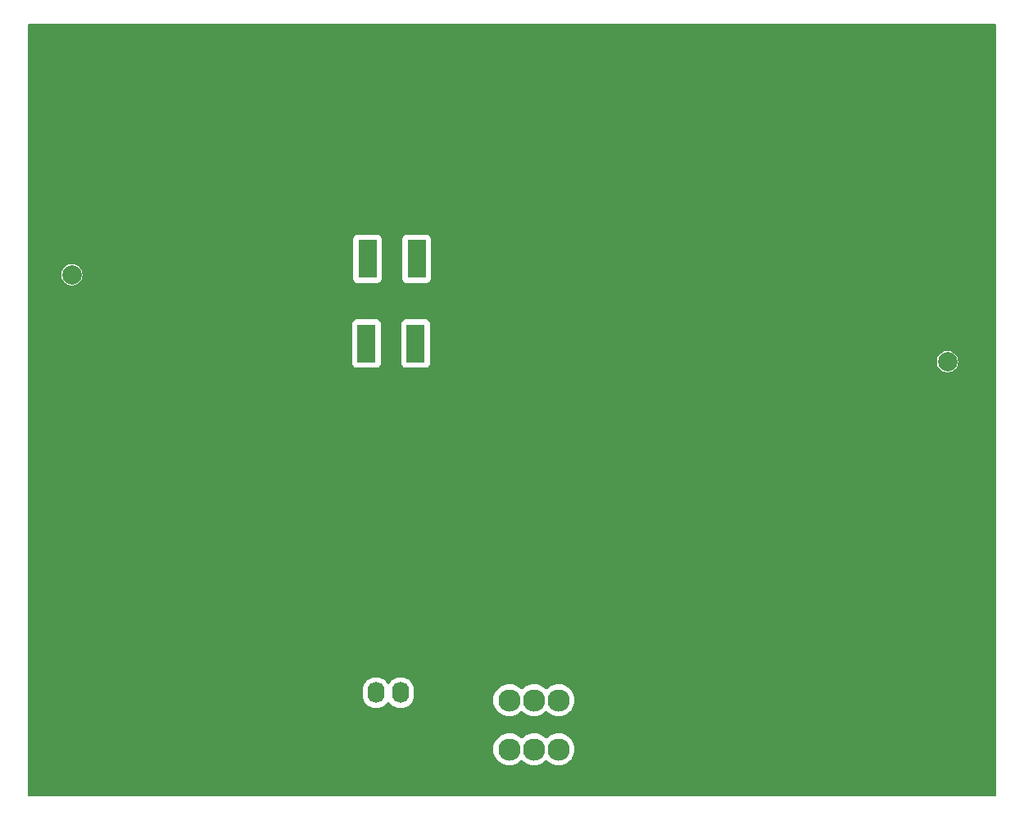
<source format=gbl>
G04 #@! TF.GenerationSoftware,KiCad,Pcbnew,8.0.1*
G04 #@! TF.CreationDate,2024-04-29T11:20:42+02:00*
G04 #@! TF.ProjectId,MUNIN 100,4d554e49-4e20-4313-9030-2e6b69636164,0*
G04 #@! TF.SameCoordinates,Original*
G04 #@! TF.FileFunction,Copper,L2,Bot*
G04 #@! TF.FilePolarity,Positive*
%FSLAX46Y46*%
G04 Gerber Fmt 4.6, Leading zero omitted, Abs format (unit mm)*
G04 Created by KiCad (PCBNEW 8.0.1) date 2024-04-29 11:20:42*
%MOMM*%
%LPD*%
G01*
G04 APERTURE LIST*
G04 Aperture macros list*
%AMRoundRect*
0 Rectangle with rounded corners*
0 $1 Rounding radius*
0 $2 $3 $4 $5 $6 $7 $8 $9 X,Y pos of 4 corners*
0 Add a 4 corners polygon primitive as box body*
4,1,4,$2,$3,$4,$5,$6,$7,$8,$9,$2,$3,0*
0 Add four circle primitives for the rounded corners*
1,1,$1+$1,$2,$3*
1,1,$1+$1,$4,$5*
1,1,$1+$1,$6,$7*
1,1,$1+$1,$8,$9*
0 Add four rect primitives between the rounded corners*
20,1,$1+$1,$2,$3,$4,$5,0*
20,1,$1+$1,$4,$5,$6,$7,0*
20,1,$1+$1,$6,$7,$8,$9,0*
20,1,$1+$1,$8,$9,$2,$3,0*%
%AMRotRect*
0 Rectangle, with rotation*
0 The origin of the aperture is its center*
0 $1 length*
0 $2 width*
0 $3 Rotation angle, in degrees counterclockwise*
0 Add horizontal line*
21,1,$1,$2,0,0,$3*%
G04 Aperture macros list end*
G04 #@! TA.AperFunction,ComponentPad*
%ADD10C,6.000000*%
G04 #@! TD*
G04 #@! TA.AperFunction,ComponentPad*
%ADD11R,1.905000X4.000000*%
G04 #@! TD*
G04 #@! TA.AperFunction,ComponentPad*
%ADD12RotRect,1.905000X4.000000X181.300000*%
G04 #@! TD*
G04 #@! TA.AperFunction,ComponentPad*
%ADD13C,0.800000*%
G04 #@! TD*
G04 #@! TA.AperFunction,ComponentPad*
%ADD14C,6.400000*%
G04 #@! TD*
G04 #@! TA.AperFunction,ComponentPad*
%ADD15C,1.998980*%
G04 #@! TD*
G04 #@! TA.AperFunction,ComponentPad*
%ADD16C,2.499360*%
G04 #@! TD*
G04 #@! TA.AperFunction,ComponentPad*
%ADD17C,2.300000*%
G04 #@! TD*
G04 #@! TA.AperFunction,ComponentPad*
%ADD18RoundRect,0.250000X0.620000X0.845000X-0.620000X0.845000X-0.620000X-0.845000X0.620000X-0.845000X0*%
G04 #@! TD*
G04 #@! TA.AperFunction,ComponentPad*
%ADD19O,1.740000X2.190000*%
G04 #@! TD*
G04 #@! TA.AperFunction,ViaPad*
%ADD20C,0.800000*%
G04 #@! TD*
G04 APERTURE END LIST*
D10*
X82500000Y-124792500D03*
D11*
X85040000Y-108132500D03*
D12*
X82500000Y-108132500D03*
D11*
X79960000Y-108132500D03*
D13*
X135902944Y-148000000D03*
X136605888Y-146302944D03*
X136605888Y-149697056D03*
X138302944Y-145600000D03*
D14*
X138302944Y-148000000D03*
D13*
X138302944Y-150400000D03*
X140000000Y-146302944D03*
X140000000Y-149697056D03*
X140702944Y-148000000D03*
D15*
X140000000Y-110000000D03*
D16*
X142540000Y-112540000D03*
X142540000Y-107460000D03*
X137460000Y-112540000D03*
X137460000Y-107460000D03*
D17*
X123000000Y-150080000D03*
X125540000Y-150080000D03*
X128080000Y-150080000D03*
X123000000Y-145000000D03*
X125540000Y-145000000D03*
X128080000Y-145000000D03*
D18*
X86025000Y-144250000D03*
D19*
X83485000Y-144250000D03*
X80945000Y-144250000D03*
D13*
X48600000Y-148000000D03*
X49302944Y-146302944D03*
X49302944Y-149697056D03*
X51000000Y-145600000D03*
D14*
X51000000Y-148000000D03*
D13*
X51000000Y-150400000D03*
X52697056Y-146302944D03*
X52697056Y-149697056D03*
X53400000Y-148000000D03*
D10*
X82600000Y-82707500D03*
D11*
X80060000Y-99367500D03*
X82600000Y-99367500D03*
X85140000Y-99367500D03*
D17*
X99800000Y-145020000D03*
X97260000Y-145020000D03*
X94720000Y-145020000D03*
X99800000Y-150100000D03*
X97260000Y-150100000D03*
X94720000Y-150100000D03*
D13*
X48600000Y-81000000D03*
X49302944Y-79302944D03*
X49302944Y-82697056D03*
X51000000Y-78600000D03*
D14*
X51000000Y-81000000D03*
D13*
X51000000Y-83400000D03*
X52697056Y-79302944D03*
X52697056Y-82697056D03*
X53400000Y-81000000D03*
X135902944Y-81000000D03*
X136605888Y-79302944D03*
X136605888Y-82697056D03*
X138302944Y-78600000D03*
D14*
X138302944Y-81000000D03*
D13*
X138302944Y-83400000D03*
X140000000Y-79302944D03*
X140000000Y-82697056D03*
X140702944Y-81000000D03*
D15*
X49500000Y-101000000D03*
D16*
X46960000Y-98460000D03*
X46960000Y-103540000D03*
X52040000Y-98460000D03*
X52040000Y-103540000D03*
D20*
X74750000Y-127750000D03*
X113500000Y-120750000D03*
X73500000Y-127750000D03*
X140000000Y-93500000D03*
X75500000Y-96000000D03*
X75750000Y-138750000D03*
X82000000Y-77000000D03*
X130750000Y-113750000D03*
X62600000Y-143000000D03*
X61250000Y-125000000D03*
X70750000Y-127750000D03*
X77000000Y-153000000D03*
X75750000Y-137200000D03*
X124750000Y-93500000D03*
X137000000Y-77000000D03*
X87000000Y-77000000D03*
X82500000Y-96500000D03*
X57000000Y-77000000D03*
X62000000Y-121000000D03*
X131250000Y-115500000D03*
X47000000Y-153000000D03*
X54750000Y-107500000D03*
X142000000Y-77000000D03*
X132750000Y-113750000D03*
X123500000Y-112000000D03*
X117000000Y-77000000D03*
X97500000Y-126750000D03*
X83500000Y-104000000D03*
X127000000Y-77000000D03*
X102000000Y-139500000D03*
X64000000Y-120000000D03*
X62000000Y-120000000D03*
X84500000Y-129700000D03*
X113500000Y-124750000D03*
X82000000Y-153000000D03*
X46000000Y-77000000D03*
X63000000Y-121000000D03*
X57000000Y-153000000D03*
X62750000Y-130000000D03*
X136250000Y-115500000D03*
X72000000Y-153000000D03*
X58100000Y-149500000D03*
X119750000Y-93500000D03*
X82500000Y-100750000D03*
X129250000Y-106500000D03*
X140000000Y-118500000D03*
X65600000Y-141500000D03*
X99750000Y-93500000D03*
X99250000Y-128000000D03*
X46000000Y-126500000D03*
X50500000Y-96000000D03*
X114750000Y-93500000D03*
X134250000Y-106500000D03*
X122000000Y-77000000D03*
X46000000Y-146500000D03*
X125750000Y-113750000D03*
X61000000Y-143750000D03*
X142000000Y-153000000D03*
X122000000Y-153000000D03*
X46000000Y-81500000D03*
X81500000Y-104000000D03*
X124250000Y-106500000D03*
X82500000Y-106750000D03*
X46000000Y-121500000D03*
X65500000Y-96000000D03*
X46000000Y-141500000D03*
X91500000Y-126750000D03*
X111250000Y-126750000D03*
X123500000Y-109000000D03*
X135750000Y-113750000D03*
X72000000Y-77000000D03*
X104750000Y-93500000D03*
X74750000Y-129250000D03*
X101900000Y-141400000D03*
X52000000Y-153000000D03*
X60500000Y-96000000D03*
X140000000Y-103500000D03*
X46000000Y-131500000D03*
X93500000Y-122750000D03*
X62000000Y-77000000D03*
X63000000Y-120000000D03*
X82500000Y-109500000D03*
X82500000Y-104000000D03*
X70500000Y-96000000D03*
X82600000Y-102500000D03*
X62600000Y-144000000D03*
X140000000Y-123500000D03*
X76000000Y-130750000D03*
X93500000Y-120750000D03*
X135750000Y-106500000D03*
X62600000Y-142000000D03*
X52000000Y-77000000D03*
X111250000Y-115500000D03*
X132000000Y-153000000D03*
X92000000Y-77000000D03*
X132000000Y-77000000D03*
X56750000Y-107500000D03*
X104000000Y-145500000D03*
X117000000Y-153000000D03*
X129250000Y-113750000D03*
X46000000Y-106500000D03*
X55500000Y-96000000D03*
X77000000Y-77000000D03*
X107000000Y-153000000D03*
X71100000Y-139000000D03*
X64000000Y-121000000D03*
X55750000Y-107500000D03*
X132750000Y-106500000D03*
X58500000Y-127500000D03*
X129750000Y-93500000D03*
X46000000Y-116500000D03*
X71100000Y-134500000D03*
X125750000Y-106500000D03*
X123500000Y-110500000D03*
X93500000Y-118750000D03*
X74250000Y-137250000D03*
X71100000Y-137500000D03*
X74250000Y-138750000D03*
X46000000Y-86500000D03*
X62600000Y-141000000D03*
X109250000Y-126750000D03*
X62750000Y-126000000D03*
X95500000Y-126750000D03*
X99250000Y-129500000D03*
X54250000Y-106500000D03*
X69600000Y-134500000D03*
X140000000Y-98500000D03*
X127750000Y-106500000D03*
X81500000Y-102500000D03*
X112000000Y-153000000D03*
X54250000Y-105250000D03*
X82600000Y-105500000D03*
X99250000Y-131000000D03*
X100250000Y-139500000D03*
X104000000Y-142500000D03*
X126250000Y-115500000D03*
X134750000Y-93500000D03*
X82500000Y-111000000D03*
X81500000Y-105500000D03*
X61250000Y-129000000D03*
X140000000Y-138500000D03*
X113500000Y-122750000D03*
X60000000Y-127500000D03*
X134250000Y-113750000D03*
X121250000Y-115500000D03*
X130750000Y-106500000D03*
X75750000Y-135700000D03*
X69600000Y-136000000D03*
X127750000Y-113750000D03*
X137000000Y-153000000D03*
X105250000Y-126750000D03*
X69600000Y-137500000D03*
X46000000Y-136500000D03*
X93500000Y-126750000D03*
X74750000Y-130750000D03*
X82500000Y-98250000D03*
X93500000Y-124750000D03*
X116250000Y-115500000D03*
X94750000Y-93500000D03*
X67000000Y-77000000D03*
X102000000Y-77000000D03*
X71100000Y-136000000D03*
X140000000Y-88500000D03*
X140000000Y-143500000D03*
X107250000Y-126750000D03*
X69600000Y-139000000D03*
X113500000Y-126750000D03*
X104000000Y-139500000D03*
X141250000Y-115500000D03*
X97000000Y-77000000D03*
X127000000Y-153000000D03*
X123500000Y-107500000D03*
X109750000Y-93500000D03*
X106250000Y-115500000D03*
X46000000Y-111500000D03*
X46000000Y-96500000D03*
X62000000Y-153000000D03*
X57100000Y-143500000D03*
X46000000Y-91500000D03*
X62750000Y-128000000D03*
X72250000Y-127750000D03*
X61250000Y-127000000D03*
X124250000Y-113750000D03*
X140000000Y-128500000D03*
X67000000Y-153000000D03*
X107000000Y-77000000D03*
X87000000Y-153000000D03*
X112000000Y-77000000D03*
X140000000Y-133500000D03*
X62100000Y-149500000D03*
G04 #@! TA.AperFunction,Conductor*
G36*
X144942121Y-75020002D02*
G01*
X144988614Y-75073658D01*
X145000000Y-75126000D01*
X145000000Y-154874000D01*
X144979998Y-154942121D01*
X144926342Y-154988614D01*
X144874000Y-155000000D01*
X45126000Y-155000000D01*
X45057879Y-154979998D01*
X45011386Y-154926342D01*
X45000000Y-154874000D01*
X45000000Y-150100000D01*
X93056372Y-150100000D01*
X93076854Y-150360248D01*
X93137795Y-150614086D01*
X93237696Y-150855269D01*
X93374098Y-151077857D01*
X93374099Y-151077859D01*
X93543636Y-151276363D01*
X93742140Y-151445900D01*
X93742144Y-151445903D01*
X93964729Y-151582303D01*
X94205911Y-151682204D01*
X94459751Y-151743146D01*
X94720000Y-151763628D01*
X94980249Y-151743146D01*
X95234089Y-151682204D01*
X95475271Y-151582303D01*
X95697856Y-151445903D01*
X95896363Y-151276363D01*
X95896365Y-151276361D01*
X95899864Y-151272863D01*
X95901281Y-151274280D01*
X95953632Y-151240102D01*
X96024627Y-151239590D01*
X96079009Y-151273989D01*
X96080136Y-151272863D01*
X96083634Y-151276361D01*
X96282140Y-151445900D01*
X96282144Y-151445903D01*
X96504729Y-151582303D01*
X96745911Y-151682204D01*
X96999751Y-151743146D01*
X97260000Y-151763628D01*
X97520249Y-151743146D01*
X97774089Y-151682204D01*
X98015271Y-151582303D01*
X98237856Y-151445903D01*
X98436363Y-151276363D01*
X98436365Y-151276361D01*
X98439864Y-151272863D01*
X98441281Y-151274280D01*
X98493632Y-151240102D01*
X98564627Y-151239590D01*
X98619009Y-151273989D01*
X98620136Y-151272863D01*
X98623634Y-151276361D01*
X98822140Y-151445900D01*
X98822144Y-151445903D01*
X99044729Y-151582303D01*
X99285911Y-151682204D01*
X99539751Y-151743146D01*
X99800000Y-151763628D01*
X100060249Y-151743146D01*
X100314089Y-151682204D01*
X100555271Y-151582303D01*
X100777856Y-151445903D01*
X100976363Y-151276363D01*
X101145903Y-151077856D01*
X101282303Y-150855271D01*
X101382204Y-150614089D01*
X101443146Y-150360249D01*
X101463628Y-150100000D01*
X101443146Y-149839751D01*
X101382204Y-149585911D01*
X101282303Y-149344729D01*
X101145903Y-149122144D01*
X101070000Y-149033272D01*
X100976363Y-148923636D01*
X100777859Y-148754099D01*
X100777857Y-148754098D01*
X100777856Y-148754097D01*
X100555271Y-148617697D01*
X100314089Y-148517796D01*
X100314087Y-148517795D01*
X100314086Y-148517795D01*
X100177479Y-148484998D01*
X100060249Y-148456854D01*
X99800000Y-148436372D01*
X99539751Y-148456854D01*
X99285913Y-148517795D01*
X99044730Y-148617696D01*
X98822142Y-148754098D01*
X98822140Y-148754099D01*
X98623634Y-148923638D01*
X98620136Y-148927137D01*
X98618726Y-148925727D01*
X98566319Y-148959912D01*
X98495324Y-148960394D01*
X98440999Y-148926001D01*
X98439864Y-148927137D01*
X98436365Y-148923638D01*
X98237859Y-148754099D01*
X98237857Y-148754098D01*
X98237856Y-148754097D01*
X98015271Y-148617697D01*
X97774089Y-148517796D01*
X97774087Y-148517795D01*
X97774086Y-148517795D01*
X97637479Y-148484998D01*
X97520249Y-148456854D01*
X97260000Y-148436372D01*
X96999751Y-148456854D01*
X96745913Y-148517795D01*
X96504730Y-148617696D01*
X96282142Y-148754098D01*
X96282140Y-148754099D01*
X96083634Y-148923638D01*
X96080136Y-148927137D01*
X96078726Y-148925727D01*
X96026319Y-148959912D01*
X95955324Y-148960394D01*
X95900999Y-148926001D01*
X95899864Y-148927137D01*
X95896365Y-148923638D01*
X95697859Y-148754099D01*
X95697857Y-148754098D01*
X95697856Y-148754097D01*
X95475271Y-148617697D01*
X95234089Y-148517796D01*
X95234087Y-148517795D01*
X95234086Y-148517795D01*
X95097479Y-148484998D01*
X94980249Y-148456854D01*
X94720000Y-148436372D01*
X94459751Y-148456854D01*
X94205913Y-148517795D01*
X93964730Y-148617696D01*
X93742142Y-148754098D01*
X93742140Y-148754099D01*
X93543636Y-148923636D01*
X93374099Y-149122140D01*
X93374098Y-149122142D01*
X93237696Y-149344730D01*
X93137795Y-149585913D01*
X93076854Y-149839751D01*
X93056372Y-150100000D01*
X45000000Y-150100000D01*
X45000000Y-144583490D01*
X79566500Y-144583490D01*
X79600443Y-144797800D01*
X79667494Y-145004160D01*
X79766001Y-145197492D01*
X79893539Y-145373033D01*
X79893541Y-145373035D01*
X79893543Y-145373038D01*
X80046961Y-145526456D01*
X80046964Y-145526458D01*
X80046967Y-145526461D01*
X80222508Y-145653999D01*
X80415840Y-145752506D01*
X80622200Y-145819557D01*
X80836510Y-145853500D01*
X80836513Y-145853500D01*
X81053487Y-145853500D01*
X81053490Y-145853500D01*
X81267800Y-145819557D01*
X81474160Y-145752506D01*
X81667492Y-145653999D01*
X81843033Y-145526461D01*
X81996461Y-145373033D01*
X82113065Y-145212541D01*
X82169286Y-145169188D01*
X82240022Y-145163113D01*
X82302814Y-145196244D01*
X82316932Y-145212538D01*
X82433539Y-145373033D01*
X82433541Y-145373035D01*
X82433543Y-145373038D01*
X82586961Y-145526456D01*
X82586964Y-145526458D01*
X82586967Y-145526461D01*
X82762508Y-145653999D01*
X82955840Y-145752506D01*
X83162200Y-145819557D01*
X83376510Y-145853500D01*
X83376513Y-145853500D01*
X83593487Y-145853500D01*
X83593490Y-145853500D01*
X83807800Y-145819557D01*
X84014160Y-145752506D01*
X84207492Y-145653999D01*
X84383033Y-145526461D01*
X84536461Y-145373033D01*
X84663999Y-145197492D01*
X84754435Y-145020000D01*
X93056372Y-145020000D01*
X93076854Y-145280248D01*
X93135964Y-145526461D01*
X93137796Y-145534089D01*
X93237697Y-145775271D01*
X93264835Y-145819557D01*
X93374098Y-145997857D01*
X93374099Y-145997859D01*
X93543636Y-146196363D01*
X93742140Y-146365900D01*
X93742144Y-146365903D01*
X93964729Y-146502303D01*
X94205911Y-146602204D01*
X94459751Y-146663146D01*
X94720000Y-146683628D01*
X94980249Y-146663146D01*
X95234089Y-146602204D01*
X95475271Y-146502303D01*
X95697856Y-146365903D01*
X95896363Y-146196363D01*
X95896365Y-146196361D01*
X95899864Y-146192863D01*
X95901281Y-146194280D01*
X95953632Y-146160102D01*
X96024627Y-146159590D01*
X96079009Y-146193989D01*
X96080136Y-146192863D01*
X96083634Y-146196361D01*
X96282140Y-146365900D01*
X96282144Y-146365903D01*
X96504729Y-146502303D01*
X96745911Y-146602204D01*
X96999751Y-146663146D01*
X97260000Y-146683628D01*
X97520249Y-146663146D01*
X97774089Y-146602204D01*
X98015271Y-146502303D01*
X98237856Y-146365903D01*
X98436363Y-146196363D01*
X98436365Y-146196361D01*
X98439864Y-146192863D01*
X98441281Y-146194280D01*
X98493632Y-146160102D01*
X98564627Y-146159590D01*
X98619009Y-146193989D01*
X98620136Y-146192863D01*
X98623634Y-146196361D01*
X98822140Y-146365900D01*
X98822144Y-146365903D01*
X99044729Y-146502303D01*
X99285911Y-146602204D01*
X99539751Y-146663146D01*
X99800000Y-146683628D01*
X100060249Y-146663146D01*
X100314089Y-146602204D01*
X100555271Y-146502303D01*
X100777856Y-146365903D01*
X100976363Y-146196363D01*
X101145903Y-145997856D01*
X101282303Y-145775271D01*
X101382204Y-145534089D01*
X101443146Y-145280249D01*
X101463628Y-145020000D01*
X101443146Y-144759751D01*
X101382204Y-144505911D01*
X101282303Y-144264729D01*
X101145903Y-144042144D01*
X101038605Y-143916513D01*
X100976363Y-143843636D01*
X100777859Y-143674099D01*
X100777857Y-143674098D01*
X100777856Y-143674097D01*
X100555271Y-143537697D01*
X100314089Y-143437796D01*
X100314087Y-143437795D01*
X100314086Y-143437795D01*
X100177479Y-143404998D01*
X100060249Y-143376854D01*
X99800000Y-143356372D01*
X99539751Y-143376854D01*
X99285913Y-143437795D01*
X99044730Y-143537696D01*
X98822142Y-143674098D01*
X98822140Y-143674099D01*
X98623634Y-143843638D01*
X98620136Y-143847137D01*
X98618726Y-143845727D01*
X98566319Y-143879912D01*
X98495324Y-143880394D01*
X98440999Y-143846001D01*
X98439864Y-143847137D01*
X98436365Y-143843638D01*
X98237859Y-143674099D01*
X98237857Y-143674098D01*
X98237856Y-143674097D01*
X98015271Y-143537697D01*
X97774089Y-143437796D01*
X97774087Y-143437795D01*
X97774086Y-143437795D01*
X97637479Y-143404998D01*
X97520249Y-143376854D01*
X97260000Y-143356372D01*
X96999751Y-143376854D01*
X96745913Y-143437795D01*
X96504730Y-143537696D01*
X96282142Y-143674098D01*
X96282140Y-143674099D01*
X96083634Y-143843638D01*
X96080136Y-143847137D01*
X96078726Y-143845727D01*
X96026319Y-143879912D01*
X95955324Y-143880394D01*
X95900999Y-143846001D01*
X95899864Y-143847137D01*
X95896365Y-143843638D01*
X95697859Y-143674099D01*
X95697857Y-143674098D01*
X95697856Y-143674097D01*
X95475271Y-143537697D01*
X95234089Y-143437796D01*
X95234087Y-143437795D01*
X95234086Y-143437795D01*
X95097479Y-143404998D01*
X94980249Y-143376854D01*
X94720000Y-143356372D01*
X94459751Y-143376854D01*
X94205913Y-143437795D01*
X93964730Y-143537696D01*
X93742142Y-143674098D01*
X93742140Y-143674099D01*
X93543636Y-143843636D01*
X93374099Y-144042140D01*
X93374098Y-144042142D01*
X93237696Y-144264730D01*
X93137795Y-144505913D01*
X93076854Y-144759751D01*
X93056372Y-145020000D01*
X84754435Y-145020000D01*
X84762506Y-145004160D01*
X84829557Y-144797800D01*
X84863500Y-144583490D01*
X84863500Y-143916510D01*
X84829557Y-143702200D01*
X84762506Y-143495840D01*
X84663999Y-143302508D01*
X84536461Y-143126967D01*
X84536458Y-143126964D01*
X84536456Y-143126961D01*
X84383038Y-142973543D01*
X84383035Y-142973541D01*
X84383033Y-142973539D01*
X84207492Y-142846001D01*
X84014160Y-142747494D01*
X84014159Y-142747493D01*
X84014158Y-142747493D01*
X83807803Y-142680444D01*
X83807800Y-142680443D01*
X83593490Y-142646500D01*
X83376510Y-142646500D01*
X83162200Y-142680443D01*
X83162197Y-142680443D01*
X83162196Y-142680444D01*
X82955841Y-142747493D01*
X82762504Y-142846003D01*
X82586964Y-142973541D01*
X82586961Y-142973543D01*
X82433543Y-143126961D01*
X82433541Y-143126964D01*
X82316936Y-143287457D01*
X82260714Y-143330811D01*
X82189977Y-143336886D01*
X82127186Y-143303754D01*
X82113064Y-143287457D01*
X82091002Y-143257092D01*
X81996461Y-143126967D01*
X81996458Y-143126964D01*
X81996456Y-143126961D01*
X81843038Y-142973543D01*
X81843035Y-142973541D01*
X81843033Y-142973539D01*
X81667492Y-142846001D01*
X81474160Y-142747494D01*
X81474159Y-142747493D01*
X81474158Y-142747493D01*
X81267803Y-142680444D01*
X81267800Y-142680443D01*
X81053490Y-142646500D01*
X80836510Y-142646500D01*
X80622200Y-142680443D01*
X80622197Y-142680443D01*
X80622196Y-142680444D01*
X80415841Y-142747493D01*
X80222504Y-142846003D01*
X80046964Y-142973541D01*
X80046961Y-142973543D01*
X79893543Y-143126961D01*
X79893541Y-143126964D01*
X79766003Y-143302504D01*
X79667493Y-143495841D01*
X79600444Y-143702196D01*
X79600443Y-143702200D01*
X79566500Y-143916510D01*
X79566500Y-144583490D01*
X45000000Y-144583490D01*
X45000000Y-110181149D01*
X78499000Y-110181149D01*
X78505509Y-110241696D01*
X78505511Y-110241704D01*
X78556610Y-110378702D01*
X78556612Y-110378707D01*
X78644238Y-110495761D01*
X78761292Y-110583387D01*
X78761294Y-110583388D01*
X78761296Y-110583389D01*
X78820375Y-110605424D01*
X78898295Y-110634488D01*
X78898303Y-110634490D01*
X78958850Y-110640999D01*
X78958855Y-110640999D01*
X78958862Y-110641000D01*
X78958868Y-110641000D01*
X80961132Y-110641000D01*
X80961138Y-110641000D01*
X80961145Y-110640999D01*
X80961149Y-110640999D01*
X81021696Y-110634490D01*
X81021699Y-110634489D01*
X81021701Y-110634489D01*
X81158704Y-110583389D01*
X81161824Y-110581054D01*
X81275761Y-110495761D01*
X81363387Y-110378707D01*
X81363387Y-110378706D01*
X81363389Y-110378704D01*
X81414489Y-110241701D01*
X81420999Y-110181149D01*
X83579000Y-110181149D01*
X83585509Y-110241696D01*
X83585511Y-110241704D01*
X83636610Y-110378702D01*
X83636612Y-110378707D01*
X83724238Y-110495761D01*
X83841292Y-110583387D01*
X83841294Y-110583388D01*
X83841296Y-110583389D01*
X83900375Y-110605424D01*
X83978295Y-110634488D01*
X83978303Y-110634490D01*
X84038850Y-110640999D01*
X84038855Y-110640999D01*
X84038862Y-110641000D01*
X84038868Y-110641000D01*
X86041132Y-110641000D01*
X86041138Y-110641000D01*
X86041145Y-110640999D01*
X86041149Y-110640999D01*
X86101696Y-110634490D01*
X86101699Y-110634489D01*
X86101701Y-110634489D01*
X86238704Y-110583389D01*
X86241824Y-110581054D01*
X86355761Y-110495761D01*
X86443387Y-110378707D01*
X86443387Y-110378706D01*
X86443389Y-110378704D01*
X86494489Y-110241701D01*
X86501000Y-110181138D01*
X86501000Y-110000004D01*
X138896242Y-110000004D01*
X138915035Y-110202809D01*
X138915035Y-110202813D01*
X138965079Y-110378702D01*
X138970776Y-110398723D01*
X139061566Y-110581054D01*
X139081740Y-110607769D01*
X139184311Y-110743596D01*
X139334837Y-110880818D01*
X139334838Y-110880819D01*
X139508001Y-110988037D01*
X139508004Y-110988038D01*
X139508013Y-110988044D01*
X139590765Y-111020102D01*
X139697935Y-111061621D01*
X139697938Y-111061621D01*
X139697942Y-111061623D01*
X139898158Y-111099050D01*
X139898161Y-111099050D01*
X140101839Y-111099050D01*
X140101842Y-111099050D01*
X140302058Y-111061623D01*
X140302062Y-111061621D01*
X140302064Y-111061621D01*
X140350907Y-111042698D01*
X140491987Y-110988044D01*
X140665163Y-110880818D01*
X140815687Y-110743597D01*
X140938434Y-110581054D01*
X141029224Y-110398723D01*
X141084964Y-110202815D01*
X141103758Y-110000000D01*
X141084964Y-109797185D01*
X141029224Y-109601277D01*
X140938434Y-109418946D01*
X140898084Y-109365515D01*
X140815688Y-109256403D01*
X140665162Y-109119181D01*
X140665161Y-109119180D01*
X140491998Y-109011962D01*
X140491991Y-109011958D01*
X140491987Y-109011956D01*
X140491982Y-109011954D01*
X140302064Y-108938378D01*
X140266385Y-108931708D01*
X140101842Y-108900950D01*
X139898158Y-108900950D01*
X139768996Y-108925094D01*
X139697935Y-108938378D01*
X139508017Y-109011954D01*
X139508001Y-109011962D01*
X139334838Y-109119180D01*
X139334837Y-109119181D01*
X139184311Y-109256403D01*
X139061567Y-109418944D01*
X138970776Y-109601277D01*
X138970773Y-109601285D01*
X138915035Y-109797186D01*
X138915035Y-109797190D01*
X138896242Y-109999995D01*
X138896242Y-110000004D01*
X86501000Y-110000004D01*
X86501000Y-106083862D01*
X86500999Y-106083850D01*
X86494490Y-106023303D01*
X86494488Y-106023295D01*
X86443389Y-105886297D01*
X86443387Y-105886292D01*
X86355761Y-105769238D01*
X86238707Y-105681612D01*
X86238702Y-105681610D01*
X86101704Y-105630511D01*
X86101696Y-105630509D01*
X86041149Y-105624000D01*
X86041138Y-105624000D01*
X84038862Y-105624000D01*
X84038850Y-105624000D01*
X83978303Y-105630509D01*
X83978295Y-105630511D01*
X83841297Y-105681610D01*
X83841292Y-105681612D01*
X83724238Y-105769238D01*
X83636612Y-105886292D01*
X83636610Y-105886297D01*
X83585511Y-106023295D01*
X83585509Y-106023303D01*
X83579000Y-106083850D01*
X83579000Y-110181149D01*
X81420999Y-110181149D01*
X81421000Y-110181138D01*
X81421000Y-106083862D01*
X81420999Y-106083850D01*
X81414490Y-106023303D01*
X81414488Y-106023295D01*
X81363389Y-105886297D01*
X81363387Y-105886292D01*
X81275761Y-105769238D01*
X81158707Y-105681612D01*
X81158702Y-105681610D01*
X81021704Y-105630511D01*
X81021696Y-105630509D01*
X80961149Y-105624000D01*
X80961138Y-105624000D01*
X78958862Y-105624000D01*
X78958850Y-105624000D01*
X78898303Y-105630509D01*
X78898295Y-105630511D01*
X78761297Y-105681610D01*
X78761292Y-105681612D01*
X78644238Y-105769238D01*
X78556612Y-105886292D01*
X78556610Y-105886297D01*
X78505511Y-106023295D01*
X78505509Y-106023303D01*
X78499000Y-106083850D01*
X78499000Y-110181149D01*
X45000000Y-110181149D01*
X45000000Y-101000004D01*
X48396242Y-101000004D01*
X48415035Y-101202809D01*
X48415035Y-101202813D01*
X48415036Y-101202815D01*
X48470776Y-101398723D01*
X48561566Y-101581054D01*
X48561567Y-101581055D01*
X48684311Y-101743596D01*
X48834837Y-101880818D01*
X48834838Y-101880819D01*
X49008001Y-101988037D01*
X49008004Y-101988038D01*
X49008013Y-101988044D01*
X49090765Y-102020102D01*
X49197935Y-102061621D01*
X49197938Y-102061621D01*
X49197942Y-102061623D01*
X49398158Y-102099050D01*
X49398161Y-102099050D01*
X49601839Y-102099050D01*
X49601842Y-102099050D01*
X49802058Y-102061623D01*
X49802062Y-102061621D01*
X49802064Y-102061621D01*
X49850907Y-102042698D01*
X49991987Y-101988044D01*
X50165163Y-101880818D01*
X50315687Y-101743597D01*
X50438434Y-101581054D01*
X50520547Y-101416149D01*
X78599000Y-101416149D01*
X78605509Y-101476696D01*
X78605511Y-101476704D01*
X78656610Y-101613702D01*
X78656612Y-101613707D01*
X78744238Y-101730761D01*
X78861292Y-101818387D01*
X78861294Y-101818388D01*
X78861296Y-101818389D01*
X78920375Y-101840424D01*
X78998295Y-101869488D01*
X78998303Y-101869490D01*
X79058850Y-101875999D01*
X79058855Y-101875999D01*
X79058862Y-101876000D01*
X79058868Y-101876000D01*
X81061132Y-101876000D01*
X81061138Y-101876000D01*
X81061145Y-101875999D01*
X81061149Y-101875999D01*
X81121696Y-101869490D01*
X81121699Y-101869489D01*
X81121701Y-101869489D01*
X81258704Y-101818389D01*
X81358616Y-101743596D01*
X81375761Y-101730761D01*
X81463387Y-101613707D01*
X81463387Y-101613706D01*
X81463389Y-101613704D01*
X81514489Y-101476701D01*
X81520999Y-101416149D01*
X83679000Y-101416149D01*
X83685509Y-101476696D01*
X83685511Y-101476704D01*
X83736610Y-101613702D01*
X83736612Y-101613707D01*
X83824238Y-101730761D01*
X83941292Y-101818387D01*
X83941294Y-101818388D01*
X83941296Y-101818389D01*
X84000375Y-101840424D01*
X84078295Y-101869488D01*
X84078303Y-101869490D01*
X84138850Y-101875999D01*
X84138855Y-101875999D01*
X84138862Y-101876000D01*
X84138868Y-101876000D01*
X86141132Y-101876000D01*
X86141138Y-101876000D01*
X86141145Y-101875999D01*
X86141149Y-101875999D01*
X86201696Y-101869490D01*
X86201699Y-101869489D01*
X86201701Y-101869489D01*
X86338704Y-101818389D01*
X86438616Y-101743596D01*
X86455761Y-101730761D01*
X86543387Y-101613707D01*
X86543387Y-101613706D01*
X86543389Y-101613704D01*
X86594489Y-101476701D01*
X86601000Y-101416138D01*
X86601000Y-97318862D01*
X86600999Y-97318850D01*
X86594490Y-97258303D01*
X86594488Y-97258295D01*
X86543389Y-97121297D01*
X86543387Y-97121292D01*
X86455761Y-97004238D01*
X86338707Y-96916612D01*
X86338702Y-96916610D01*
X86201704Y-96865511D01*
X86201696Y-96865509D01*
X86141149Y-96859000D01*
X86141138Y-96859000D01*
X84138862Y-96859000D01*
X84138850Y-96859000D01*
X84078303Y-96865509D01*
X84078295Y-96865511D01*
X83941297Y-96916610D01*
X83941292Y-96916612D01*
X83824238Y-97004238D01*
X83736612Y-97121292D01*
X83736610Y-97121297D01*
X83685511Y-97258295D01*
X83685509Y-97258303D01*
X83679000Y-97318850D01*
X83679000Y-101416149D01*
X81520999Y-101416149D01*
X81521000Y-101416138D01*
X81521000Y-97318862D01*
X81520999Y-97318850D01*
X81514490Y-97258303D01*
X81514488Y-97258295D01*
X81463389Y-97121297D01*
X81463387Y-97121292D01*
X81375761Y-97004238D01*
X81258707Y-96916612D01*
X81258702Y-96916610D01*
X81121704Y-96865511D01*
X81121696Y-96865509D01*
X81061149Y-96859000D01*
X81061138Y-96859000D01*
X79058862Y-96859000D01*
X79058850Y-96859000D01*
X78998303Y-96865509D01*
X78998295Y-96865511D01*
X78861297Y-96916610D01*
X78861292Y-96916612D01*
X78744238Y-97004238D01*
X78656612Y-97121292D01*
X78656610Y-97121297D01*
X78605511Y-97258295D01*
X78605509Y-97258303D01*
X78599000Y-97318850D01*
X78599000Y-101416149D01*
X50520547Y-101416149D01*
X50529224Y-101398723D01*
X50584964Y-101202815D01*
X50603758Y-101000000D01*
X50584964Y-100797185D01*
X50529224Y-100601277D01*
X50438434Y-100418946D01*
X50398084Y-100365515D01*
X50315688Y-100256403D01*
X50165162Y-100119181D01*
X50165161Y-100119180D01*
X49991998Y-100011962D01*
X49991991Y-100011958D01*
X49991987Y-100011956D01*
X49991982Y-100011954D01*
X49802064Y-99938378D01*
X49766385Y-99931708D01*
X49601842Y-99900950D01*
X49398158Y-99900950D01*
X49268996Y-99925094D01*
X49197935Y-99938378D01*
X49008017Y-100011954D01*
X49008001Y-100011962D01*
X48834838Y-100119180D01*
X48834837Y-100119181D01*
X48684311Y-100256403D01*
X48561567Y-100418944D01*
X48470776Y-100601277D01*
X48470773Y-100601285D01*
X48415035Y-100797186D01*
X48415035Y-100797190D01*
X48396242Y-100999995D01*
X48396242Y-101000004D01*
X45000000Y-101000004D01*
X45000000Y-75126000D01*
X45020002Y-75057879D01*
X45073658Y-75011386D01*
X45126000Y-75000000D01*
X144874000Y-75000000D01*
X144942121Y-75020002D01*
G37*
G04 #@! TD.AperFunction*
M02*

</source>
